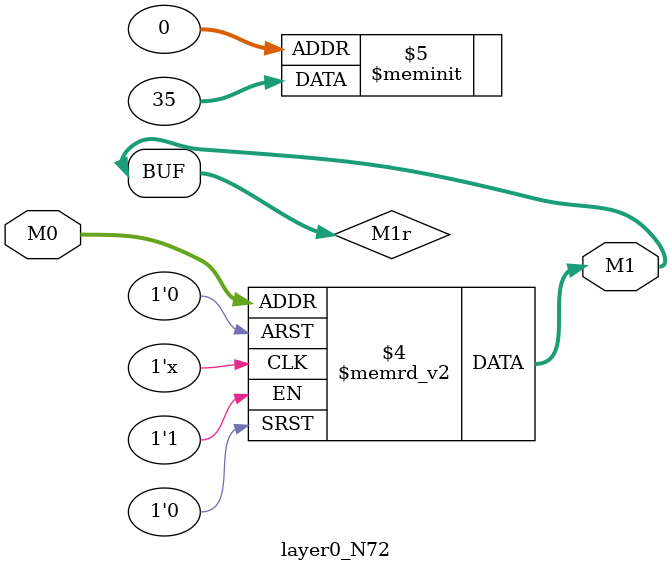
<source format=v>
module layer0_N72 ( input [3:0] M0, output [1:0] M1 );

	(*rom_style = "distributed" *) reg [1:0] M1r;
	assign M1 = M1r;
	always @ (M0) begin
		case (M0)
			4'b0000: M1r = 2'b11;
			4'b1000: M1r = 2'b00;
			4'b0100: M1r = 2'b00;
			4'b1100: M1r = 2'b00;
			4'b0010: M1r = 2'b10;
			4'b1010: M1r = 2'b00;
			4'b0110: M1r = 2'b00;
			4'b1110: M1r = 2'b00;
			4'b0001: M1r = 2'b00;
			4'b1001: M1r = 2'b00;
			4'b0101: M1r = 2'b00;
			4'b1101: M1r = 2'b00;
			4'b0011: M1r = 2'b00;
			4'b1011: M1r = 2'b00;
			4'b0111: M1r = 2'b00;
			4'b1111: M1r = 2'b00;

		endcase
	end
endmodule

</source>
